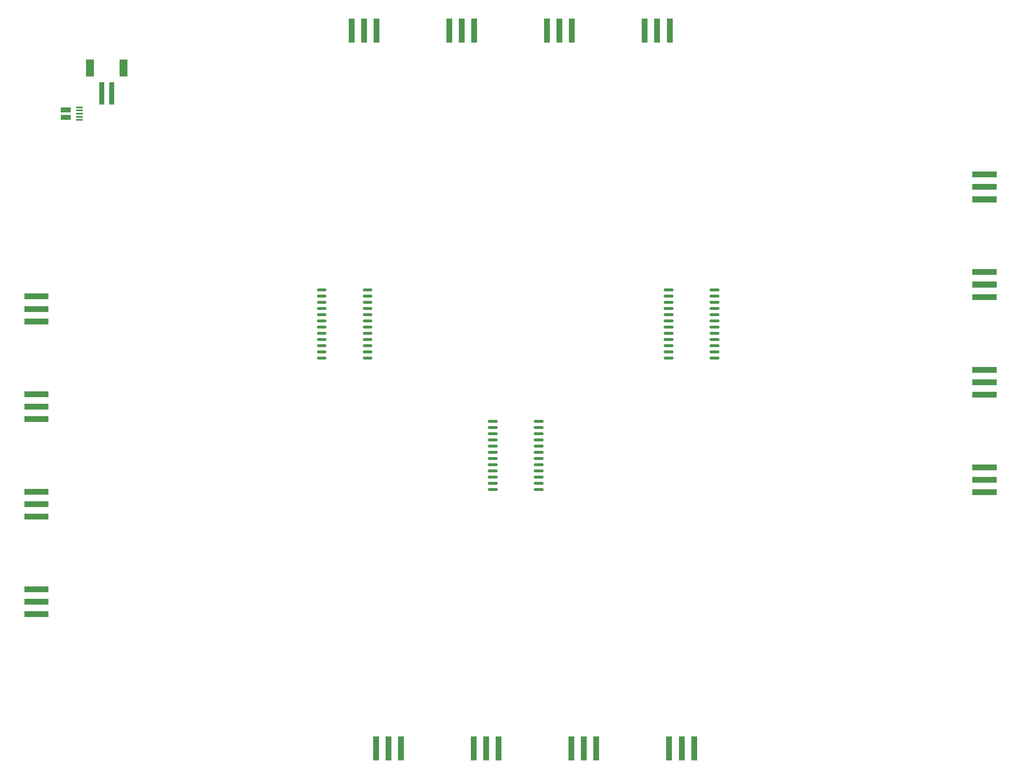
<source format=gtp>
G04 Layer: TopPasteMaskLayer*
G04 EasyEDA v6.4.17, 2021-03-30T17:38:57--4:00*
G04 bfce05913f904539a0b1be1992e61c7c,10*
G04 Gerber Generator version 0.2*
G04 Scale: 100 percent, Rotated: No, Reflected: No *
G04 Dimensions in millimeters *
G04 leading zeros omitted , absolute positions ,4 integer and 5 decimal *
%FSLAX45Y45*%
%MOMM*%

%ADD14C,0.6000*%
%ADD17R,1.3487X0.3988*%
%ADD21R,1.2000X5.0000*%
%ADD22R,5.0000X1.2000*%

%LPD*%
D14*
X1240000Y-13101497D02*
G01*
X1100000Y-13101497D01*
X1240000Y-13228497D02*
G01*
X1100000Y-13228497D01*
X1240000Y-13355497D02*
G01*
X1100000Y-13355497D01*
X1240000Y-13482497D02*
G01*
X1100000Y-13482497D01*
X1240000Y-13609497D02*
G01*
X1100000Y-13609497D01*
X1240000Y-13736497D02*
G01*
X1100000Y-13736497D01*
X1240000Y-13863497D02*
G01*
X1100000Y-13863497D01*
X1240000Y-13990497D02*
G01*
X1100000Y-13990497D01*
X1240000Y-14117497D02*
G01*
X1100000Y-14117497D01*
X1240000Y-14244497D02*
G01*
X1100000Y-14244497D01*
X1240000Y-14371497D02*
G01*
X1100000Y-14371497D01*
X1240000Y-14498497D02*
G01*
X1100000Y-14498497D01*
X299996Y-14498497D02*
G01*
X159997Y-14498497D01*
X299996Y-14371497D02*
G01*
X159997Y-14371497D01*
X299996Y-14244497D02*
G01*
X159997Y-14244497D01*
X299996Y-14117497D02*
G01*
X159997Y-14117497D01*
X299996Y-13990497D02*
G01*
X159997Y-13990497D01*
X299996Y-13863497D02*
G01*
X159997Y-13863497D01*
X299996Y-13736497D02*
G01*
X159997Y-13736497D01*
X299996Y-13609497D02*
G01*
X159997Y-13609497D01*
X299996Y-13482497D02*
G01*
X159997Y-13482497D01*
X299996Y-13355497D02*
G01*
X159997Y-13355497D01*
X299996Y-13228497D02*
G01*
X159997Y-13228497D01*
X299996Y-13101497D02*
G01*
X159997Y-13101497D01*
X-5859985Y-13101497D02*
G01*
X-5999985Y-13101497D01*
X-5859985Y-13228497D02*
G01*
X-5999985Y-13228497D01*
X-5859985Y-13355497D02*
G01*
X-5999985Y-13355497D01*
X-5859985Y-13482497D02*
G01*
X-5999985Y-13482497D01*
X-5859985Y-13609497D02*
G01*
X-5999985Y-13609497D01*
X-5859985Y-13736497D02*
G01*
X-5999985Y-13736497D01*
X-5859985Y-13863497D02*
G01*
X-5999985Y-13863497D01*
X-5859985Y-13990497D02*
G01*
X-5999985Y-13990497D01*
X-5859985Y-14117497D02*
G01*
X-5999985Y-14117497D01*
X-5859985Y-14244497D02*
G01*
X-5999985Y-14244497D01*
X-5859985Y-14371497D02*
G01*
X-5999985Y-14371497D01*
X-5859985Y-14498497D02*
G01*
X-5999985Y-14498497D01*
X-6799988Y-14498497D02*
G01*
X-6939988Y-14498497D01*
X-6799988Y-14371497D02*
G01*
X-6939988Y-14371497D01*
X-6799988Y-14244497D02*
G01*
X-6939988Y-14244497D01*
X-6799988Y-14117497D02*
G01*
X-6939988Y-14117497D01*
X-6799988Y-13990497D02*
G01*
X-6939988Y-13990497D01*
X-6799988Y-13863497D02*
G01*
X-6939988Y-13863497D01*
X-6799988Y-13736497D02*
G01*
X-6939988Y-13736497D01*
X-6799988Y-13609497D02*
G01*
X-6939988Y-13609497D01*
X-6799988Y-13482497D02*
G01*
X-6939988Y-13482497D01*
X-6799988Y-13355497D02*
G01*
X-6939988Y-13355497D01*
X-6799988Y-13228497D02*
G01*
X-6939988Y-13228497D01*
X-6799988Y-13101497D02*
G01*
X-6939988Y-13101497D01*
X-2359992Y-15801492D02*
G01*
X-2499992Y-15801492D01*
X-2359992Y-15928492D02*
G01*
X-2499992Y-15928492D01*
X-2359992Y-16055492D02*
G01*
X-2499992Y-16055492D01*
X-2359992Y-16182492D02*
G01*
X-2499992Y-16182492D01*
X-2359992Y-16309492D02*
G01*
X-2499992Y-16309492D01*
X-2359992Y-16436492D02*
G01*
X-2499992Y-16436492D01*
X-2359992Y-16563492D02*
G01*
X-2499992Y-16563492D01*
X-2359992Y-16690492D02*
G01*
X-2499992Y-16690492D01*
X-2359992Y-16817492D02*
G01*
X-2499992Y-16817492D01*
X-2359992Y-16944492D02*
G01*
X-2499992Y-16944492D01*
X-2359992Y-17071492D02*
G01*
X-2499992Y-17071492D01*
X-2359992Y-17198492D02*
G01*
X-2499992Y-17198492D01*
X-3299995Y-17198492D02*
G01*
X-3439995Y-17198492D01*
X-3299995Y-17071492D02*
G01*
X-3439995Y-17071492D01*
X-3299995Y-16944492D02*
G01*
X-3439995Y-16944492D01*
X-3299995Y-16817492D02*
G01*
X-3439995Y-16817492D01*
X-3299995Y-16690492D02*
G01*
X-3439995Y-16690492D01*
X-3299995Y-16563492D02*
G01*
X-3439995Y-16563492D01*
X-3299995Y-16436492D02*
G01*
X-3439995Y-16436492D01*
X-3299995Y-16309492D02*
G01*
X-3439995Y-16309492D01*
X-3299995Y-16182492D02*
G01*
X-3439995Y-16182492D01*
X-3299995Y-16055492D02*
G01*
X-3439995Y-16055492D01*
X-3299995Y-15928492D02*
G01*
X-3439995Y-15928492D01*
X-3299995Y-15801492D02*
G01*
X-3439995Y-15801492D01*
D17*
G01*
X-11821210Y-9370466D03*
G01*
X-11821210Y-9433966D03*
G01*
X-11821210Y-9500006D03*
G01*
X-11821210Y-9566046D03*
G01*
X-11821210Y-9629546D03*
G36*
X-12200440Y-9373760D02*
G01*
X-12000669Y-9373760D01*
X-12000669Y-9473836D01*
X-12200440Y-9473836D01*
G37*
G36*
X-12200440Y-9526160D02*
G01*
X-12000669Y-9526160D01*
X-12000669Y-9626236D01*
X-12200440Y-9626236D01*
G37*
G36*
X-11414056Y-8853441D02*
G01*
X-11313980Y-8853441D01*
X-11313980Y-9313308D01*
X-11414056Y-9313308D01*
G37*
G36*
X-11215936Y-8853441D02*
G01*
X-11115860Y-8853441D01*
X-11115860Y-9313308D01*
X-11215936Y-9313308D01*
G37*
G36*
X-11685328Y-8732791D02*
G01*
X-11685328Y-8392558D01*
X-11525308Y-8392558D01*
X-11525308Y-8732791D01*
G37*
G36*
X-11004608Y-8732791D02*
G01*
X-11004608Y-8392558D01*
X-10844588Y-8392558D01*
X-10844588Y-8732791D01*
G37*
D21*
G01*
X-5754979Y-22500005D03*
G01*
X-5244972Y-22500005D03*
G01*
X-5499988Y-22500005D03*
G01*
X-3745001Y-7800009D03*
G01*
X-4255007Y-7800009D03*
G01*
X-4000017Y-7800009D03*
G01*
X-5745022Y-7800009D03*
G01*
X-6255004Y-7800009D03*
G01*
X-6000013Y-7800009D03*
G36*
X6449999Y-17194989D02*
G01*
X6949998Y-17194989D01*
X6949998Y-17314989D01*
X6449999Y-17314989D01*
G37*
G36*
X6449999Y-16684988D02*
G01*
X6949998Y-16684988D01*
X6949998Y-16804987D01*
X6449999Y-16804987D01*
G37*
G36*
X6449999Y-16939988D02*
G01*
X6949998Y-16939988D01*
X6949998Y-17059988D01*
X6449999Y-17059988D01*
G37*
G36*
X6449999Y-15194988D02*
G01*
X6949998Y-15194988D01*
X6949998Y-15314988D01*
X6449999Y-15314988D01*
G37*
G36*
X6449999Y-14684987D02*
G01*
X6949998Y-14684987D01*
X6949998Y-14804986D01*
X6449999Y-14804986D01*
G37*
G36*
X6449999Y-14939987D02*
G01*
X6949998Y-14939987D01*
X6949998Y-15059987D01*
X6449999Y-15059987D01*
G37*
G36*
X6449999Y-13194987D02*
G01*
X6949998Y-13194987D01*
X6949998Y-13314987D01*
X6449999Y-13314987D01*
G37*
G36*
X6449999Y-12684986D02*
G01*
X6949998Y-12684986D01*
X6949998Y-12804985D01*
X6449999Y-12804985D01*
G37*
G36*
X6449999Y-12939986D02*
G01*
X6949998Y-12939986D01*
X6949998Y-13059986D01*
X6449999Y-13059986D01*
G37*
G36*
X6449999Y-11194989D02*
G01*
X6949998Y-11194989D01*
X6949998Y-11314988D01*
X6449999Y-11314988D01*
G37*
G36*
X6449999Y-10684987D02*
G01*
X6949998Y-10684987D01*
X6949998Y-10804987D01*
X6449999Y-10804987D01*
G37*
G36*
X6449999Y-10939988D02*
G01*
X6949998Y-10939988D01*
X6949998Y-11059988D01*
X6449999Y-11059988D01*
G37*
G01*
X-1745005Y-7800009D03*
G01*
X-2255012Y-7800009D03*
G01*
X-2000021Y-7800009D03*
G01*
X254990Y-7800111D03*
G01*
X-255015Y-7800111D03*
G01*
X0Y-7800111D03*
G01*
X-3755110Y-22500107D03*
G01*
X-3245104Y-22500107D03*
G01*
X-3500094Y-22500107D03*
G01*
X-1755114Y-22500107D03*
G01*
X-1245107Y-22500107D03*
G01*
X-1500098Y-22500107D03*
G01*
X245008Y-22500005D03*
G01*
X755014Y-22500005D03*
G01*
X500024Y-22500005D03*
D22*
G01*
X-12699923Y-19245021D03*
G01*
X-12699923Y-19755027D03*
G01*
X-12699923Y-19500037D03*
G01*
X-12700000Y-17245126D03*
G01*
X-12700000Y-17755108D03*
G01*
X-12700000Y-17500117D03*
G01*
X-12699923Y-15245029D03*
G01*
X-12699923Y-15755035D03*
G01*
X-12699923Y-15500019D03*
G01*
X-12700000Y-13245134D03*
G01*
X-12700000Y-13755116D03*
G01*
X-12700000Y-13500125D03*
M02*

</source>
